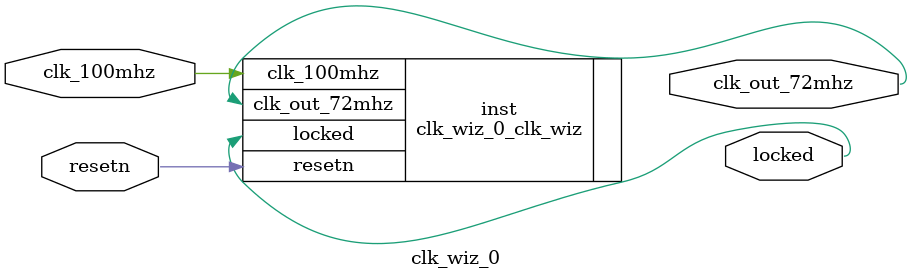
<source format=v>


`timescale 1ps/1ps

(* CORE_GENERATION_INFO = "clk_wiz_0,clk_wiz_v6_0_12_0_0,{component_name=clk_wiz_0,use_phase_alignment=true,use_min_o_jitter=true,use_max_i_jitter=false,use_dyn_phase_shift=false,use_inclk_switchover=false,use_dyn_reconfig=false,enable_axi=0,feedback_source=FDBK_AUTO,PRIMITIVE=PLL,num_out_clk=1,clkin1_period=10.000,clkin2_period=10.000,use_power_down=false,use_reset=true,use_locked=true,use_inclk_stopped=false,feedback_type=SINGLE,CLOCK_MGR_TYPE=NA,manual_override=false}" *)

module clk_wiz_0 
 (
  // Clock out ports
  output        clk_out_72mhz,
  // Status and control signals
  input         resetn,
  output        locked,
 // Clock in ports
  input         clk_100mhz
 );

  clk_wiz_0_clk_wiz inst
  (
  // Clock out ports  
  .clk_out_72mhz(clk_out_72mhz),
  // Status and control signals               
  .resetn(resetn), 
  .locked(locked),
 // Clock in ports
  .clk_100mhz(clk_100mhz)
  );

endmodule

</source>
